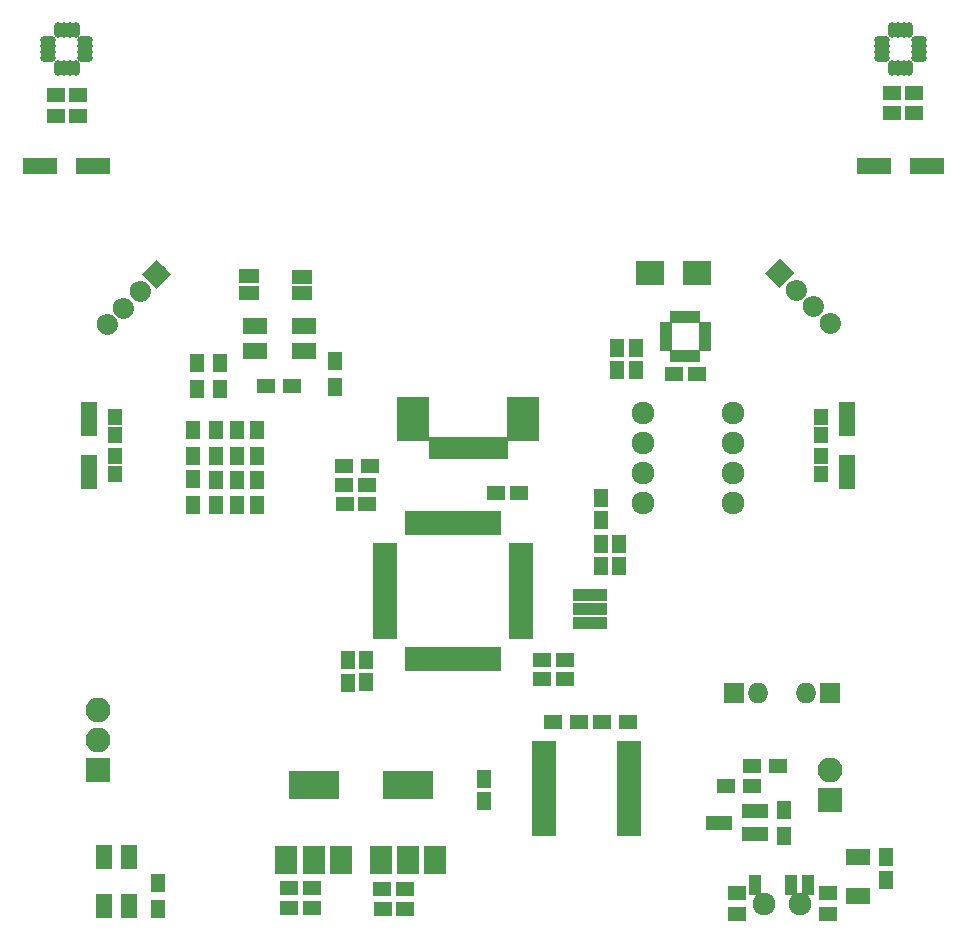
<source format=gts>
G04 #@! TF.GenerationSoftware,KiCad,Pcbnew,(5.0.0)*
G04 #@! TF.CreationDate,2020-04-07T20:50:25+09:00*
G04 #@! TF.ProjectId,rokisi,726F6B6973692E6B696361645F706362,rev?*
G04 #@! TF.SameCoordinates,PX41cdb40PY30a32c0*
G04 #@! TF.FileFunction,Soldermask,Top*
G04 #@! TF.FilePolarity,Negative*
%FSLAX46Y46*%
G04 Gerber Fmt 4.6, Leading zero omitted, Abs format (unit mm)*
G04 Created by KiCad (PCBNEW (5.0.0)) date 04/07/20 20:50:25*
%MOMM*%
%LPD*%
G01*
G04 APERTURE LIST*
%ADD10R,2.900000X1.400000*%
%ADD11C,1.924000*%
%ADD12R,1.300000X1.600000*%
%ADD13R,2.100000X2.100000*%
%ADD14O,2.100000X2.100000*%
%ADD15R,1.600000X1.300000*%
%ADD16R,0.700000X1.900000*%
%ADD17R,2.700000X3.700000*%
%ADD18R,1.100000X1.700000*%
%ADD19R,1.600000X1.200000*%
%ADD20R,1.900000X2.400000*%
%ADD21R,4.200000X2.400000*%
%ADD22R,2.150000X0.850000*%
%ADD23R,2.000000X0.650000*%
%ADD24R,0.650000X2.000000*%
%ADD25R,2.300000X1.200000*%
%ADD26R,1.600000X1.150000*%
%ADD27R,2.400000X2.000000*%
%ADD28R,1.150000X1.600000*%
%ADD29O,1.750000X1.750000*%
%ADD30R,1.750000X1.750000*%
%ADD31R,1.700000X1.300000*%
%ADD32R,1.400000X2.900000*%
%ADD33R,1.200000X1.400000*%
%ADD34C,1.750000*%
%ADD35C,1.750000*%
%ADD36C,0.100000*%
%ADD37R,2.100000X1.400000*%
%ADD38R,2.000000X1.400000*%
%ADD39R,1.400000X2.000000*%
%ADD40R,3.000000X1.000000*%
%ADD41O,1.350000X0.700000*%
%ADD42O,0.700000X1.350000*%
%ADD43R,0.600000X1.100000*%
%ADD44R,1.100000X0.600000*%
G04 APERTURE END LIST*
D10*
G04 #@! TO.C,J1*
X7250000Y-16400000D03*
X2750000Y-16400000D03*
G04 #@! TD*
D11*
G04 #@! TO.C,U12*
X61400000Y-44920000D03*
X61400000Y-42380000D03*
X61400000Y-39840000D03*
X61400000Y-37300000D03*
X53780000Y-37300000D03*
X53780000Y-39840000D03*
X53780000Y-42380000D03*
X53780000Y-44920000D03*
G04 #@! TD*
D12*
G04 #@! TO.C,D4*
X17617930Y-41002866D03*
X17617930Y-38802866D03*
G04 #@! TD*
G04 #@! TO.C,D3*
X21067930Y-41002866D03*
X21067930Y-38802866D03*
G04 #@! TD*
G04 #@! TO.C,D5*
X19417930Y-38802866D03*
X19417930Y-41002866D03*
G04 #@! TD*
G04 #@! TO.C,D6*
X15717930Y-38802866D03*
X15717930Y-41002866D03*
G04 #@! TD*
G04 #@! TO.C,R14*
X21067930Y-42952866D03*
X21067930Y-45152866D03*
G04 #@! TD*
G04 #@! TO.C,R15*
X17617930Y-42952866D03*
X17617930Y-45152866D03*
G04 #@! TD*
G04 #@! TO.C,R16*
X19417930Y-45152866D03*
X19417930Y-42952866D03*
G04 #@! TD*
G04 #@! TO.C,R17*
X15717930Y-42902866D03*
X15717930Y-45102866D03*
G04 #@! TD*
D13*
G04 #@! TO.C,CN1*
X69650000Y-70100000D03*
D14*
X69650000Y-67560000D03*
G04 #@! TD*
D15*
G04 #@! TO.C,D1*
X65250000Y-67250000D03*
X63050000Y-67250000D03*
G04 #@! TD*
D16*
G04 #@! TO.C,J4*
X36000000Y-40275000D03*
X36500000Y-40275000D03*
X37000000Y-40275000D03*
X37500000Y-40275000D03*
X38000000Y-40275000D03*
X38500000Y-40275000D03*
D17*
X43650000Y-37825000D03*
X34350000Y-37825000D03*
D16*
X39000000Y-40275000D03*
X40000000Y-40275000D03*
X40500000Y-40275000D03*
X39500000Y-40275000D03*
X41000000Y-40275000D03*
X41500000Y-40275000D03*
X42000000Y-40275000D03*
G04 #@! TD*
D12*
G04 #@! TO.C,R2*
X65750000Y-73100000D03*
X65750000Y-70900000D03*
G04 #@! TD*
D15*
G04 #@! TO.C,R4*
X63000000Y-68900000D03*
X60800000Y-68900000D03*
G04 #@! TD*
D18*
G04 #@! TO.C,U1*
X63290000Y-77276000D03*
X66290000Y-77276000D03*
X67790000Y-77276000D03*
D19*
X69490000Y-77976000D03*
X61790000Y-77976000D03*
X69490000Y-79776000D03*
X61790000Y-79776000D03*
D11*
X67100000Y-78900000D03*
X64052000Y-78900000D03*
G04 #@! TD*
D20*
G04 #@! TO.C,U2*
X31600000Y-75150000D03*
X36200000Y-75150000D03*
X33900000Y-75150000D03*
D21*
X33900000Y-68850000D03*
G04 #@! TD*
G04 #@! TO.C,U3*
X25900000Y-68850000D03*
D20*
X25900000Y-75150000D03*
X28200000Y-75150000D03*
X23600000Y-75150000D03*
G04 #@! TD*
D22*
G04 #@! TO.C,U7*
X52600000Y-72675000D03*
X52600000Y-72025000D03*
X52600000Y-71375000D03*
X52600000Y-70725000D03*
X52600000Y-70075000D03*
X52600000Y-69425000D03*
X52600000Y-68775000D03*
X52600000Y-68125000D03*
X52600000Y-67475000D03*
X52600000Y-66825000D03*
X52600000Y-66175000D03*
X52600000Y-65525000D03*
X45400000Y-65525000D03*
X45400000Y-66175000D03*
X45400000Y-66825000D03*
X45400000Y-67475000D03*
X45400000Y-68125000D03*
X45400000Y-68775000D03*
X45400000Y-69425000D03*
X45400000Y-70075000D03*
X45400000Y-70725000D03*
X45400000Y-71375000D03*
X45400000Y-72025000D03*
X45400000Y-72675000D03*
G04 #@! TD*
D23*
G04 #@! TO.C,U8*
X43450000Y-56150000D03*
X43450000Y-55650000D03*
X43450000Y-55150000D03*
X43450000Y-54650000D03*
X43450000Y-54150000D03*
X43450000Y-53650000D03*
X43450000Y-53150000D03*
X43450000Y-52650000D03*
X43450000Y-52150000D03*
X43450000Y-51650000D03*
X43450000Y-51150000D03*
X43450000Y-50650000D03*
X43450000Y-50150000D03*
X43450000Y-49650000D03*
X43450000Y-49150000D03*
X43450000Y-48650000D03*
D24*
X41450000Y-46650000D03*
X40950000Y-46650000D03*
X40450000Y-46650000D03*
X39950000Y-46650000D03*
X39450000Y-46650000D03*
X38950000Y-46650000D03*
X38450000Y-46650000D03*
X37950000Y-46650000D03*
X37450000Y-46650000D03*
X36950000Y-46650000D03*
X36450000Y-46650000D03*
X35950000Y-46650000D03*
X35450000Y-46650000D03*
X34950000Y-46650000D03*
X34450000Y-46650000D03*
X33950000Y-46650000D03*
D23*
X31950000Y-48650000D03*
X31950000Y-49150000D03*
X31950000Y-49650000D03*
X31950000Y-50150000D03*
X31950000Y-50650000D03*
X31950000Y-51150000D03*
X31950000Y-51650000D03*
X31950000Y-52150000D03*
X31950000Y-52650000D03*
X31950000Y-53150000D03*
X31950000Y-53650000D03*
X31950000Y-54150000D03*
X31950000Y-54650000D03*
X31950000Y-55150000D03*
X31950000Y-55650000D03*
X31950000Y-56150000D03*
D24*
X33950000Y-58150000D03*
X34450000Y-58150000D03*
X34950000Y-58150000D03*
X35450000Y-58150000D03*
X35950000Y-58150000D03*
X36450000Y-58150000D03*
X36950000Y-58150000D03*
X37450000Y-58150000D03*
X37950000Y-58150000D03*
X38450000Y-58150000D03*
X38950000Y-58150000D03*
X39450000Y-58150000D03*
X39950000Y-58150000D03*
X40450000Y-58150000D03*
X40950000Y-58150000D03*
X41450000Y-58150000D03*
G04 #@! TD*
D25*
G04 #@! TO.C,Q1*
X63250000Y-72950000D03*
X63250000Y-71050000D03*
X60250000Y-72000000D03*
G04 #@! TD*
D26*
G04 #@! TO.C,C1*
X45253980Y-59856809D03*
X47153980Y-59856809D03*
G04 #@! TD*
G04 #@! TO.C,C2*
X45253980Y-58256809D03*
X47153980Y-58256809D03*
G04 #@! TD*
G04 #@! TO.C,C3*
X31750000Y-79300000D03*
X33650000Y-79300000D03*
G04 #@! TD*
G04 #@! TO.C,C4*
X33600000Y-77600000D03*
X31700000Y-77600000D03*
G04 #@! TD*
G04 #@! TO.C,C5*
X25750000Y-79200000D03*
X23850000Y-79200000D03*
G04 #@! TD*
G04 #@! TO.C,C6*
X23850000Y-77500000D03*
X25750000Y-77500000D03*
G04 #@! TD*
D27*
G04 #@! TO.C,C7*
X58350000Y-25450000D03*
X54350000Y-25450000D03*
G04 #@! TD*
D28*
G04 #@! TO.C,C8*
X30350000Y-60100000D03*
X30350000Y-58200000D03*
G04 #@! TD*
G04 #@! TO.C,C9*
X28800000Y-60150000D03*
X28800000Y-58250000D03*
G04 #@! TD*
G04 #@! TO.C,C10*
X74350000Y-74950000D03*
X74350000Y-76850000D03*
G04 #@! TD*
G04 #@! TO.C,C11*
X51750000Y-50300000D03*
X51750000Y-48400000D03*
G04 #@! TD*
G04 #@! TO.C,C12*
X50250000Y-48400000D03*
X50250000Y-50300000D03*
G04 #@! TD*
D26*
G04 #@! TO.C,C13*
X74850000Y-11900000D03*
X76750000Y-11900000D03*
G04 #@! TD*
G04 #@! TO.C,C14*
X4050000Y-12200000D03*
X5950000Y-12200000D03*
G04 #@! TD*
G04 #@! TO.C,C15*
X74850000Y-10200000D03*
X76750000Y-10200000D03*
G04 #@! TD*
G04 #@! TO.C,C16*
X30400000Y-43450000D03*
X28500000Y-43450000D03*
G04 #@! TD*
G04 #@! TO.C,C17*
X30450000Y-45050000D03*
X28550000Y-45050000D03*
G04 #@! TD*
G04 #@! TO.C,C18*
X4050000Y-10400000D03*
X5950000Y-10400000D03*
G04 #@! TD*
G04 #@! TO.C,C19*
X41350000Y-44100000D03*
X43250000Y-44100000D03*
G04 #@! TD*
D28*
G04 #@! TO.C,C20*
X50250000Y-46400000D03*
X50250000Y-44500000D03*
G04 #@! TD*
G04 #@! TO.C,C21*
X53200000Y-31800000D03*
X53200000Y-33700000D03*
G04 #@! TD*
D26*
G04 #@! TO.C,C22*
X56450000Y-34000000D03*
X58350000Y-34000000D03*
G04 #@! TD*
D28*
G04 #@! TO.C,C23*
X51550000Y-33700000D03*
X51550000Y-31800000D03*
G04 #@! TD*
D29*
G04 #@! TO.C,CN2*
X67600000Y-61000000D03*
D30*
X69600000Y-61000000D03*
G04 #@! TD*
G04 #@! TO.C,CN3*
X61500000Y-61000000D03*
D29*
X63500000Y-61000000D03*
G04 #@! TD*
D31*
G04 #@! TO.C,D2*
X20450000Y-25750000D03*
X20450000Y-27200000D03*
X24900000Y-25800000D03*
X24900000Y-27200000D03*
G04 #@! TD*
D10*
G04 #@! TO.C,J3*
X77850000Y-16400000D03*
X73350000Y-16400000D03*
G04 #@! TD*
D32*
G04 #@! TO.C,J6*
X6900000Y-37850000D03*
X6900000Y-42350000D03*
G04 #@! TD*
D33*
G04 #@! TO.C,J7*
X68900000Y-37700000D03*
X68900000Y-39200000D03*
X68900000Y-41000000D03*
X68900000Y-42500000D03*
G04 #@! TD*
D34*
G04 #@! TO.C,J8*
X8371573Y-29828427D03*
D35*
X8371573Y-29828427D02*
X8371573Y-29828427D01*
D34*
X9785787Y-28414213D03*
D35*
X9785787Y-28414213D02*
X9785787Y-28414213D01*
D34*
X11200000Y-27000000D03*
D35*
X11200000Y-27000000D02*
X11200000Y-27000000D01*
D34*
X12614214Y-25585786D03*
D36*
G36*
X11376777Y-25585786D02*
X12614214Y-24348349D01*
X13851651Y-25585786D01*
X12614214Y-26823223D01*
X11376777Y-25585786D01*
X11376777Y-25585786D01*
G37*
G04 #@! TD*
D32*
G04 #@! TO.C,J9*
X71100000Y-42350000D03*
X71100000Y-37850000D03*
G04 #@! TD*
D33*
G04 #@! TO.C,J10*
X9100000Y-37700000D03*
X9100000Y-39200000D03*
X9100000Y-41000000D03*
X9100000Y-42500000D03*
G04 #@! TD*
D34*
G04 #@! TO.C,J11*
X65371573Y-25471573D03*
D36*
G36*
X65371573Y-26709010D02*
X64134136Y-25471573D01*
X65371573Y-24234136D01*
X66609010Y-25471573D01*
X65371573Y-26709010D01*
X65371573Y-26709010D01*
G37*
D34*
X66785787Y-26885787D03*
D35*
X66785787Y-26885787D02*
X66785787Y-26885787D01*
D34*
X68200000Y-28300000D03*
D35*
X68200000Y-28300000D02*
X68200000Y-28300000D01*
D34*
X69614214Y-29714214D03*
D35*
X69614214Y-29714214D02*
X69614214Y-29714214D01*
G04 #@! TD*
D13*
G04 #@! TO.C,J12*
X7650000Y-67550000D03*
D14*
X7650000Y-65010000D03*
X7650000Y-62470000D03*
G04 #@! TD*
D15*
G04 #@! TO.C,R3*
X48350000Y-63450000D03*
X46150000Y-63450000D03*
G04 #@! TD*
G04 #@! TO.C,R5*
X50350000Y-63450000D03*
X52550000Y-63450000D03*
G04 #@! TD*
G04 #@! TO.C,R8*
X28450000Y-41850000D03*
X30650000Y-41850000D03*
G04 #@! TD*
G04 #@! TO.C,R9*
X24100000Y-35000000D03*
X21900000Y-35000000D03*
G04 #@! TD*
D12*
G04 #@! TO.C,R10*
X16000000Y-35250001D03*
X16000000Y-33050001D03*
G04 #@! TD*
G04 #@! TO.C,R11*
X27700000Y-35150000D03*
X27700000Y-32950000D03*
G04 #@! TD*
G04 #@! TO.C,R12*
X12700000Y-79300000D03*
X12700000Y-77100000D03*
G04 #@! TD*
G04 #@! TO.C,R13*
X17950000Y-33050000D03*
X17950000Y-35250000D03*
G04 #@! TD*
D37*
G04 #@! TO.C,SW1*
X72000000Y-74950000D03*
X72000000Y-78250000D03*
G04 #@! TD*
D38*
G04 #@! TO.C,SW2*
X20900000Y-29925000D03*
X25100000Y-29925000D03*
X20900000Y-32075000D03*
X25100000Y-32075000D03*
G04 #@! TD*
D39*
G04 #@! TO.C,SW3*
X10275000Y-74900000D03*
X10275000Y-79100000D03*
X8125000Y-74900000D03*
X8125000Y-79100000D03*
G04 #@! TD*
D40*
G04 #@! TO.C,U4*
X49300000Y-55100000D03*
X49300000Y-53900000D03*
X49300000Y-52700000D03*
G04 #@! TD*
D41*
G04 #@! TO.C,U9*
X77175000Y-7250000D03*
X77175000Y-6750000D03*
X77175000Y-6250000D03*
X77175000Y-5750000D03*
D42*
X76350000Y-4925000D03*
X75850000Y-4925000D03*
X75350000Y-4925000D03*
X74850000Y-4925000D03*
D41*
X74025000Y-5750000D03*
X74025000Y-6250000D03*
X74025000Y-6750000D03*
X74025000Y-7250000D03*
D42*
X74850000Y-8075000D03*
X75350000Y-8075000D03*
X75850000Y-8075000D03*
X76350000Y-8075000D03*
G04 #@! TD*
G04 #@! TO.C,U10*
X5750000Y-8075000D03*
X5250000Y-8075000D03*
X4750000Y-8075000D03*
X4250000Y-8075000D03*
D41*
X3425000Y-7250000D03*
X3425000Y-6750000D03*
X3425000Y-6250000D03*
X3425000Y-5750000D03*
D42*
X4250000Y-4925000D03*
X4750000Y-4925000D03*
X5250000Y-4925000D03*
X5750000Y-4925000D03*
D41*
X6575000Y-5750000D03*
X6575000Y-6250000D03*
X6575000Y-6750000D03*
X6575000Y-7250000D03*
G04 #@! TD*
D43*
G04 #@! TO.C,U11*
X58350000Y-29200000D03*
X57950000Y-29200000D03*
X57550000Y-29200000D03*
X57150000Y-29200000D03*
X56750000Y-29200000D03*
X56350000Y-29200000D03*
D44*
X55700000Y-29850000D03*
X55700000Y-30250000D03*
X55700000Y-30650000D03*
X55700000Y-31050000D03*
X55700000Y-31450000D03*
X55700000Y-31850000D03*
D43*
X56350000Y-32500000D03*
X56750000Y-32500000D03*
X57150000Y-32500000D03*
X57550000Y-32500000D03*
X57950000Y-32500000D03*
X58350000Y-32500000D03*
D44*
X59000000Y-31850000D03*
X59000000Y-31450000D03*
X59000000Y-31050000D03*
X59000000Y-30650000D03*
X59000000Y-30250000D03*
X59000000Y-29850000D03*
G04 #@! TD*
D28*
G04 #@! TO.C,C24*
X40350000Y-68300000D03*
X40350000Y-70200000D03*
G04 #@! TD*
M02*

</source>
